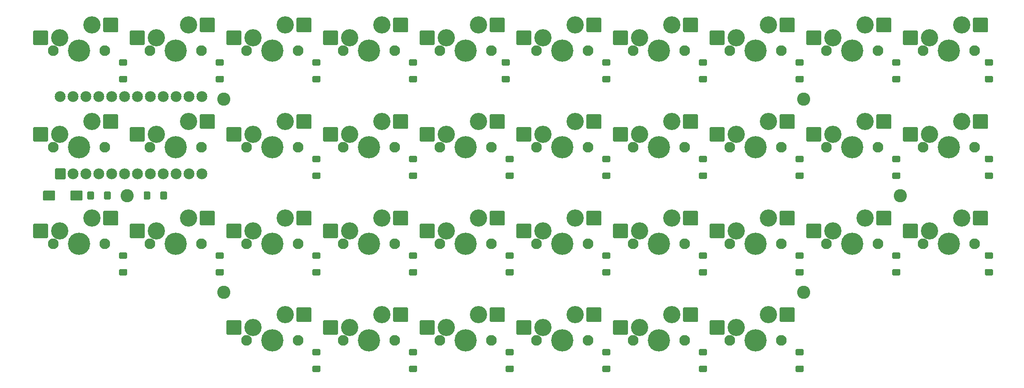
<source format=gbs>
%TF.GenerationSoftware,KiCad,Pcbnew,(5.1.12-1-10_14)*%
%TF.CreationDate,2022-02-07T22:24:56-07:00*%
%TF.ProjectId,youwu36,796f7577-7533-4362-9e6b-696361645f70,rev?*%
%TF.SameCoordinates,Original*%
%TF.FileFunction,Soldermask,Bot*%
%TF.FilePolarity,Negative*%
%FSLAX46Y46*%
G04 Gerber Fmt 4.6, Leading zero omitted, Abs format (unit mm)*
G04 Created by KiCad (PCBNEW (5.1.12-1-10_14)) date 2022-02-07 22:24:56*
%MOMM*%
%LPD*%
G01*
G04 APERTURE LIST*
%ADD10C,2.600000*%
%ADD11C,2.101800*%
%ADD12C,4.387800*%
%ADD13C,3.400000*%
%ADD14C,2.152600*%
G04 APERTURE END LIST*
D10*
%TO.C,REF\u002A\u002A*%
X191525000Y-56893750D03*
%TD*%
%TO.C,REF\u002A\u002A*%
X172475000Y-75943750D03*
%TD*%
%TO.C,REF\u002A\u002A*%
X172475000Y-37843750D03*
%TD*%
%TO.C,SW23*%
G36*
G01*
X134865000Y-27028750D02*
X134865000Y-24528750D01*
G75*
G02*
X135065000Y-24328750I200000J0D01*
G01*
X137615000Y-24328750D01*
G75*
G02*
X137815000Y-24528750I0J-200000D01*
G01*
X137815000Y-27028750D01*
G75*
G02*
X137615000Y-27228750I-200000J0D01*
G01*
X135065000Y-27228750D01*
G75*
G02*
X134865000Y-27028750I0J200000D01*
G01*
G37*
D11*
X138820000Y-28318750D03*
X148980000Y-28318750D03*
D12*
X143900000Y-28318750D03*
D13*
X140090000Y-25778750D03*
X146440000Y-23238750D03*
G36*
G01*
X148715000Y-24488750D02*
X148715000Y-21988750D01*
G75*
G02*
X148915000Y-21788750I200000J0D01*
G01*
X151465000Y-21788750D01*
G75*
G02*
X151665000Y-21988750I0J-200000D01*
G01*
X151665000Y-24488750D01*
G75*
G02*
X151465000Y-24688750I-200000J0D01*
G01*
X148915000Y-24688750D01*
G75*
G02*
X148715000Y-24488750I0J200000D01*
G01*
G37*
%TD*%
%TO.C,SW36*%
G36*
G01*
X192015000Y-65128750D02*
X192015000Y-62628750D01*
G75*
G02*
X192215000Y-62428750I200000J0D01*
G01*
X194765000Y-62428750D01*
G75*
G02*
X194965000Y-62628750I0J-200000D01*
G01*
X194965000Y-65128750D01*
G75*
G02*
X194765000Y-65328750I-200000J0D01*
G01*
X192215000Y-65328750D01*
G75*
G02*
X192015000Y-65128750I0J200000D01*
G01*
G37*
D11*
X195970000Y-66418750D03*
X206130000Y-66418750D03*
D12*
X201050000Y-66418750D03*
D13*
X197240000Y-63878750D03*
X203590000Y-61338750D03*
G36*
G01*
X205865000Y-62588750D02*
X205865000Y-60088750D01*
G75*
G02*
X206065000Y-59888750I200000J0D01*
G01*
X208615000Y-59888750D01*
G75*
G02*
X208815000Y-60088750I0J-200000D01*
G01*
X208815000Y-62588750D01*
G75*
G02*
X208615000Y-62788750I-200000J0D01*
G01*
X206065000Y-62788750D01*
G75*
G02*
X205865000Y-62588750I0J200000D01*
G01*
G37*
%TD*%
%TO.C,SW35*%
G36*
G01*
X192015000Y-46078750D02*
X192015000Y-43578750D01*
G75*
G02*
X192215000Y-43378750I200000J0D01*
G01*
X194765000Y-43378750D01*
G75*
G02*
X194965000Y-43578750I0J-200000D01*
G01*
X194965000Y-46078750D01*
G75*
G02*
X194765000Y-46278750I-200000J0D01*
G01*
X192215000Y-46278750D01*
G75*
G02*
X192015000Y-46078750I0J200000D01*
G01*
G37*
D11*
X195970000Y-47368750D03*
X206130000Y-47368750D03*
D12*
X201050000Y-47368750D03*
D13*
X197240000Y-44828750D03*
X203590000Y-42288750D03*
G36*
G01*
X205865000Y-43538750D02*
X205865000Y-41038750D01*
G75*
G02*
X206065000Y-40838750I200000J0D01*
G01*
X208615000Y-40838750D01*
G75*
G02*
X208815000Y-41038750I0J-200000D01*
G01*
X208815000Y-43538750D01*
G75*
G02*
X208615000Y-43738750I-200000J0D01*
G01*
X206065000Y-43738750D01*
G75*
G02*
X205865000Y-43538750I0J200000D01*
G01*
G37*
%TD*%
%TO.C,SW24*%
G36*
G01*
X134865000Y-46078750D02*
X134865000Y-43578750D01*
G75*
G02*
X135065000Y-43378750I200000J0D01*
G01*
X137615000Y-43378750D01*
G75*
G02*
X137815000Y-43578750I0J-200000D01*
G01*
X137815000Y-46078750D01*
G75*
G02*
X137615000Y-46278750I-200000J0D01*
G01*
X135065000Y-46278750D01*
G75*
G02*
X134865000Y-46078750I0J200000D01*
G01*
G37*
D11*
X138820000Y-47368750D03*
X148980000Y-47368750D03*
D12*
X143900000Y-47368750D03*
D13*
X140090000Y-44828750D03*
X146440000Y-42288750D03*
G36*
G01*
X148715000Y-43538750D02*
X148715000Y-41038750D01*
G75*
G02*
X148915000Y-40838750I200000J0D01*
G01*
X151465000Y-40838750D01*
G75*
G02*
X151665000Y-41038750I0J-200000D01*
G01*
X151665000Y-43538750D01*
G75*
G02*
X151465000Y-43738750I-200000J0D01*
G01*
X148915000Y-43738750D01*
G75*
G02*
X148715000Y-43538750I0J200000D01*
G01*
G37*
%TD*%
%TO.C,SW25*%
G36*
G01*
X134865000Y-65128750D02*
X134865000Y-62628750D01*
G75*
G02*
X135065000Y-62428750I200000J0D01*
G01*
X137615000Y-62428750D01*
G75*
G02*
X137815000Y-62628750I0J-200000D01*
G01*
X137815000Y-65128750D01*
G75*
G02*
X137615000Y-65328750I-200000J0D01*
G01*
X135065000Y-65328750D01*
G75*
G02*
X134865000Y-65128750I0J200000D01*
G01*
G37*
D11*
X138820000Y-66418750D03*
X148980000Y-66418750D03*
D12*
X143900000Y-66418750D03*
D13*
X140090000Y-63878750D03*
X146440000Y-61338750D03*
G36*
G01*
X148715000Y-62588750D02*
X148715000Y-60088750D01*
G75*
G02*
X148915000Y-59888750I200000J0D01*
G01*
X151465000Y-59888750D01*
G75*
G02*
X151665000Y-60088750I0J-200000D01*
G01*
X151665000Y-62588750D01*
G75*
G02*
X151465000Y-62788750I-200000J0D01*
G01*
X148915000Y-62788750D01*
G75*
G02*
X148715000Y-62588750I0J200000D01*
G01*
G37*
%TD*%
%TO.C,SW26*%
G36*
G01*
X134865000Y-84178750D02*
X134865000Y-81678750D01*
G75*
G02*
X135065000Y-81478750I200000J0D01*
G01*
X137615000Y-81478750D01*
G75*
G02*
X137815000Y-81678750I0J-200000D01*
G01*
X137815000Y-84178750D01*
G75*
G02*
X137615000Y-84378750I-200000J0D01*
G01*
X135065000Y-84378750D01*
G75*
G02*
X134865000Y-84178750I0J200000D01*
G01*
G37*
D11*
X138820000Y-85468750D03*
X148980000Y-85468750D03*
D12*
X143900000Y-85468750D03*
D13*
X140090000Y-82928750D03*
X146440000Y-80388750D03*
G36*
G01*
X148715000Y-81638750D02*
X148715000Y-79138750D01*
G75*
G02*
X148915000Y-78938750I200000J0D01*
G01*
X151465000Y-78938750D01*
G75*
G02*
X151665000Y-79138750I0J-200000D01*
G01*
X151665000Y-81638750D01*
G75*
G02*
X151465000Y-81838750I-200000J0D01*
G01*
X148915000Y-81838750D01*
G75*
G02*
X148715000Y-81638750I0J200000D01*
G01*
G37*
%TD*%
%TO.C,SW27*%
G36*
G01*
X153915000Y-27028750D02*
X153915000Y-24528750D01*
G75*
G02*
X154115000Y-24328750I200000J0D01*
G01*
X156665000Y-24328750D01*
G75*
G02*
X156865000Y-24528750I0J-200000D01*
G01*
X156865000Y-27028750D01*
G75*
G02*
X156665000Y-27228750I-200000J0D01*
G01*
X154115000Y-27228750D01*
G75*
G02*
X153915000Y-27028750I0J200000D01*
G01*
G37*
D11*
X157870000Y-28318750D03*
X168030000Y-28318750D03*
D12*
X162950000Y-28318750D03*
D13*
X159140000Y-25778750D03*
X165490000Y-23238750D03*
G36*
G01*
X167765000Y-24488750D02*
X167765000Y-21988750D01*
G75*
G02*
X167965000Y-21788750I200000J0D01*
G01*
X170515000Y-21788750D01*
G75*
G02*
X170715000Y-21988750I0J-200000D01*
G01*
X170715000Y-24488750D01*
G75*
G02*
X170515000Y-24688750I-200000J0D01*
G01*
X167965000Y-24688750D01*
G75*
G02*
X167765000Y-24488750I0J200000D01*
G01*
G37*
%TD*%
%TO.C,SW28*%
G36*
G01*
X153915000Y-46078750D02*
X153915000Y-43578750D01*
G75*
G02*
X154115000Y-43378750I200000J0D01*
G01*
X156665000Y-43378750D01*
G75*
G02*
X156865000Y-43578750I0J-200000D01*
G01*
X156865000Y-46078750D01*
G75*
G02*
X156665000Y-46278750I-200000J0D01*
G01*
X154115000Y-46278750D01*
G75*
G02*
X153915000Y-46078750I0J200000D01*
G01*
G37*
D11*
X157870000Y-47368750D03*
X168030000Y-47368750D03*
D12*
X162950000Y-47368750D03*
D13*
X159140000Y-44828750D03*
X165490000Y-42288750D03*
G36*
G01*
X167765000Y-43538750D02*
X167765000Y-41038750D01*
G75*
G02*
X167965000Y-40838750I200000J0D01*
G01*
X170515000Y-40838750D01*
G75*
G02*
X170715000Y-41038750I0J-200000D01*
G01*
X170715000Y-43538750D01*
G75*
G02*
X170515000Y-43738750I-200000J0D01*
G01*
X167965000Y-43738750D01*
G75*
G02*
X167765000Y-43538750I0J200000D01*
G01*
G37*
%TD*%
%TO.C,SW29*%
G36*
G01*
X153915000Y-65128750D02*
X153915000Y-62628750D01*
G75*
G02*
X154115000Y-62428750I200000J0D01*
G01*
X156665000Y-62428750D01*
G75*
G02*
X156865000Y-62628750I0J-200000D01*
G01*
X156865000Y-65128750D01*
G75*
G02*
X156665000Y-65328750I-200000J0D01*
G01*
X154115000Y-65328750D01*
G75*
G02*
X153915000Y-65128750I0J200000D01*
G01*
G37*
D11*
X157870000Y-66418750D03*
X168030000Y-66418750D03*
D12*
X162950000Y-66418750D03*
D13*
X159140000Y-63878750D03*
X165490000Y-61338750D03*
G36*
G01*
X167765000Y-62588750D02*
X167765000Y-60088750D01*
G75*
G02*
X167965000Y-59888750I200000J0D01*
G01*
X170515000Y-59888750D01*
G75*
G02*
X170715000Y-60088750I0J-200000D01*
G01*
X170715000Y-62588750D01*
G75*
G02*
X170515000Y-62788750I-200000J0D01*
G01*
X167965000Y-62788750D01*
G75*
G02*
X167765000Y-62588750I0J200000D01*
G01*
G37*
%TD*%
%TO.C,SW30*%
G36*
G01*
X153915000Y-84178750D02*
X153915000Y-81678750D01*
G75*
G02*
X154115000Y-81478750I200000J0D01*
G01*
X156665000Y-81478750D01*
G75*
G02*
X156865000Y-81678750I0J-200000D01*
G01*
X156865000Y-84178750D01*
G75*
G02*
X156665000Y-84378750I-200000J0D01*
G01*
X154115000Y-84378750D01*
G75*
G02*
X153915000Y-84178750I0J200000D01*
G01*
G37*
D11*
X157870000Y-85468750D03*
X168030000Y-85468750D03*
D12*
X162950000Y-85468750D03*
D13*
X159140000Y-82928750D03*
X165490000Y-80388750D03*
G36*
G01*
X167765000Y-81638750D02*
X167765000Y-79138750D01*
G75*
G02*
X167965000Y-78938750I200000J0D01*
G01*
X170515000Y-78938750D01*
G75*
G02*
X170715000Y-79138750I0J-200000D01*
G01*
X170715000Y-81638750D01*
G75*
G02*
X170515000Y-81838750I-200000J0D01*
G01*
X167965000Y-81838750D01*
G75*
G02*
X167765000Y-81638750I0J200000D01*
G01*
G37*
%TD*%
%TO.C,SW31*%
G36*
G01*
X172965000Y-27028750D02*
X172965000Y-24528750D01*
G75*
G02*
X173165000Y-24328750I200000J0D01*
G01*
X175715000Y-24328750D01*
G75*
G02*
X175915000Y-24528750I0J-200000D01*
G01*
X175915000Y-27028750D01*
G75*
G02*
X175715000Y-27228750I-200000J0D01*
G01*
X173165000Y-27228750D01*
G75*
G02*
X172965000Y-27028750I0J200000D01*
G01*
G37*
D11*
X176920000Y-28318750D03*
X187080000Y-28318750D03*
D12*
X182000000Y-28318750D03*
D13*
X178190000Y-25778750D03*
X184540000Y-23238750D03*
G36*
G01*
X186815000Y-24488750D02*
X186815000Y-21988750D01*
G75*
G02*
X187015000Y-21788750I200000J0D01*
G01*
X189565000Y-21788750D01*
G75*
G02*
X189765000Y-21988750I0J-200000D01*
G01*
X189765000Y-24488750D01*
G75*
G02*
X189565000Y-24688750I-200000J0D01*
G01*
X187015000Y-24688750D01*
G75*
G02*
X186815000Y-24488750I0J200000D01*
G01*
G37*
%TD*%
%TO.C,SW32*%
G36*
G01*
X172965000Y-46078750D02*
X172965000Y-43578750D01*
G75*
G02*
X173165000Y-43378750I200000J0D01*
G01*
X175715000Y-43378750D01*
G75*
G02*
X175915000Y-43578750I0J-200000D01*
G01*
X175915000Y-46078750D01*
G75*
G02*
X175715000Y-46278750I-200000J0D01*
G01*
X173165000Y-46278750D01*
G75*
G02*
X172965000Y-46078750I0J200000D01*
G01*
G37*
D11*
X176920000Y-47368750D03*
X187080000Y-47368750D03*
D12*
X182000000Y-47368750D03*
D13*
X178190000Y-44828750D03*
X184540000Y-42288750D03*
G36*
G01*
X186815000Y-43538750D02*
X186815000Y-41038750D01*
G75*
G02*
X187015000Y-40838750I200000J0D01*
G01*
X189565000Y-40838750D01*
G75*
G02*
X189765000Y-41038750I0J-200000D01*
G01*
X189765000Y-43538750D01*
G75*
G02*
X189565000Y-43738750I-200000J0D01*
G01*
X187015000Y-43738750D01*
G75*
G02*
X186815000Y-43538750I0J200000D01*
G01*
G37*
%TD*%
%TO.C,SW33*%
G36*
G01*
X172965000Y-65128750D02*
X172965000Y-62628750D01*
G75*
G02*
X173165000Y-62428750I200000J0D01*
G01*
X175715000Y-62428750D01*
G75*
G02*
X175915000Y-62628750I0J-200000D01*
G01*
X175915000Y-65128750D01*
G75*
G02*
X175715000Y-65328750I-200000J0D01*
G01*
X173165000Y-65328750D01*
G75*
G02*
X172965000Y-65128750I0J200000D01*
G01*
G37*
D11*
X176920000Y-66418750D03*
X187080000Y-66418750D03*
D12*
X182000000Y-66418750D03*
D13*
X178190000Y-63878750D03*
X184540000Y-61338750D03*
G36*
G01*
X186815000Y-62588750D02*
X186815000Y-60088750D01*
G75*
G02*
X187015000Y-59888750I200000J0D01*
G01*
X189565000Y-59888750D01*
G75*
G02*
X189765000Y-60088750I0J-200000D01*
G01*
X189765000Y-62588750D01*
G75*
G02*
X189565000Y-62788750I-200000J0D01*
G01*
X187015000Y-62788750D01*
G75*
G02*
X186815000Y-62588750I0J200000D01*
G01*
G37*
%TD*%
%TO.C,SW34*%
G36*
G01*
X192015000Y-27028750D02*
X192015000Y-24528750D01*
G75*
G02*
X192215000Y-24328750I200000J0D01*
G01*
X194765000Y-24328750D01*
G75*
G02*
X194965000Y-24528750I0J-200000D01*
G01*
X194965000Y-27028750D01*
G75*
G02*
X194765000Y-27228750I-200000J0D01*
G01*
X192215000Y-27228750D01*
G75*
G02*
X192015000Y-27028750I0J200000D01*
G01*
G37*
D11*
X195970000Y-28318750D03*
X206130000Y-28318750D03*
D12*
X201050000Y-28318750D03*
D13*
X197240000Y-25778750D03*
X203590000Y-23238750D03*
G36*
G01*
X205865000Y-24488750D02*
X205865000Y-21988750D01*
G75*
G02*
X206065000Y-21788750I200000J0D01*
G01*
X208615000Y-21788750D01*
G75*
G02*
X208815000Y-21988750I0J-200000D01*
G01*
X208815000Y-24488750D01*
G75*
G02*
X208615000Y-24688750I-200000J0D01*
G01*
X206065000Y-24688750D01*
G75*
G02*
X205865000Y-24488750I0J200000D01*
G01*
G37*
%TD*%
%TO.C,SW22*%
G36*
G01*
X115815000Y-84178750D02*
X115815000Y-81678750D01*
G75*
G02*
X116015000Y-81478750I200000J0D01*
G01*
X118565000Y-81478750D01*
G75*
G02*
X118765000Y-81678750I0J-200000D01*
G01*
X118765000Y-84178750D01*
G75*
G02*
X118565000Y-84378750I-200000J0D01*
G01*
X116015000Y-84378750D01*
G75*
G02*
X115815000Y-84178750I0J200000D01*
G01*
G37*
D11*
X119770000Y-85468750D03*
X129930000Y-85468750D03*
D12*
X124850000Y-85468750D03*
D13*
X121040000Y-82928750D03*
X127390000Y-80388750D03*
G36*
G01*
X129665000Y-81638750D02*
X129665000Y-79138750D01*
G75*
G02*
X129865000Y-78938750I200000J0D01*
G01*
X132415000Y-78938750D01*
G75*
G02*
X132615000Y-79138750I0J-200000D01*
G01*
X132615000Y-81638750D01*
G75*
G02*
X132415000Y-81838750I-200000J0D01*
G01*
X129865000Y-81838750D01*
G75*
G02*
X129665000Y-81638750I0J200000D01*
G01*
G37*
%TD*%
%TO.C,SW18*%
G36*
G01*
X96765000Y-84178750D02*
X96765000Y-81678750D01*
G75*
G02*
X96965000Y-81478750I200000J0D01*
G01*
X99515000Y-81478750D01*
G75*
G02*
X99715000Y-81678750I0J-200000D01*
G01*
X99715000Y-84178750D01*
G75*
G02*
X99515000Y-84378750I-200000J0D01*
G01*
X96965000Y-84378750D01*
G75*
G02*
X96765000Y-84178750I0J200000D01*
G01*
G37*
D11*
X100720000Y-85468750D03*
X110880000Y-85468750D03*
D12*
X105800000Y-85468750D03*
D13*
X101990000Y-82928750D03*
X108340000Y-80388750D03*
G36*
G01*
X110615000Y-81638750D02*
X110615000Y-79138750D01*
G75*
G02*
X110815000Y-78938750I200000J0D01*
G01*
X113365000Y-78938750D01*
G75*
G02*
X113565000Y-79138750I0J-200000D01*
G01*
X113565000Y-81638750D01*
G75*
G02*
X113365000Y-81838750I-200000J0D01*
G01*
X110815000Y-81838750D01*
G75*
G02*
X110615000Y-81638750I0J200000D01*
G01*
G37*
%TD*%
%TO.C,SW15*%
G36*
G01*
X96765000Y-27028750D02*
X96765000Y-24528750D01*
G75*
G02*
X96965000Y-24328750I200000J0D01*
G01*
X99515000Y-24328750D01*
G75*
G02*
X99715000Y-24528750I0J-200000D01*
G01*
X99715000Y-27028750D01*
G75*
G02*
X99515000Y-27228750I-200000J0D01*
G01*
X96965000Y-27228750D01*
G75*
G02*
X96765000Y-27028750I0J200000D01*
G01*
G37*
D11*
X100720000Y-28318750D03*
X110880000Y-28318750D03*
D12*
X105800000Y-28318750D03*
D13*
X101990000Y-25778750D03*
X108340000Y-23238750D03*
G36*
G01*
X110615000Y-24488750D02*
X110615000Y-21988750D01*
G75*
G02*
X110815000Y-21788750I200000J0D01*
G01*
X113365000Y-21788750D01*
G75*
G02*
X113565000Y-21988750I0J-200000D01*
G01*
X113565000Y-24488750D01*
G75*
G02*
X113365000Y-24688750I-200000J0D01*
G01*
X110815000Y-24688750D01*
G75*
G02*
X110615000Y-24488750I0J200000D01*
G01*
G37*
%TD*%
%TO.C,SW13*%
G36*
G01*
X77715000Y-65128750D02*
X77715000Y-62628750D01*
G75*
G02*
X77915000Y-62428750I200000J0D01*
G01*
X80465000Y-62428750D01*
G75*
G02*
X80665000Y-62628750I0J-200000D01*
G01*
X80665000Y-65128750D01*
G75*
G02*
X80465000Y-65328750I-200000J0D01*
G01*
X77915000Y-65328750D01*
G75*
G02*
X77715000Y-65128750I0J200000D01*
G01*
G37*
D11*
X81670000Y-66418750D03*
X91830000Y-66418750D03*
D12*
X86750000Y-66418750D03*
D13*
X82940000Y-63878750D03*
X89290000Y-61338750D03*
G36*
G01*
X91565000Y-62588750D02*
X91565000Y-60088750D01*
G75*
G02*
X91765000Y-59888750I200000J0D01*
G01*
X94315000Y-59888750D01*
G75*
G02*
X94515000Y-60088750I0J-200000D01*
G01*
X94515000Y-62588750D01*
G75*
G02*
X94315000Y-62788750I-200000J0D01*
G01*
X91765000Y-62788750D01*
G75*
G02*
X91565000Y-62588750I0J200000D01*
G01*
G37*
%TD*%
%TO.C,SW11*%
G36*
G01*
X77715000Y-27028750D02*
X77715000Y-24528750D01*
G75*
G02*
X77915000Y-24328750I200000J0D01*
G01*
X80465000Y-24328750D01*
G75*
G02*
X80665000Y-24528750I0J-200000D01*
G01*
X80665000Y-27028750D01*
G75*
G02*
X80465000Y-27228750I-200000J0D01*
G01*
X77915000Y-27228750D01*
G75*
G02*
X77715000Y-27028750I0J200000D01*
G01*
G37*
D11*
X81670000Y-28318750D03*
X91830000Y-28318750D03*
D12*
X86750000Y-28318750D03*
D13*
X82940000Y-25778750D03*
X89290000Y-23238750D03*
G36*
G01*
X91565000Y-24488750D02*
X91565000Y-21988750D01*
G75*
G02*
X91765000Y-21788750I200000J0D01*
G01*
X94315000Y-21788750D01*
G75*
G02*
X94515000Y-21988750I0J-200000D01*
G01*
X94515000Y-24488750D01*
G75*
G02*
X94315000Y-24688750I-200000J0D01*
G01*
X91765000Y-24688750D01*
G75*
G02*
X91565000Y-24488750I0J200000D01*
G01*
G37*
%TD*%
%TO.C,SW14*%
G36*
G01*
X77715000Y-84178750D02*
X77715000Y-81678750D01*
G75*
G02*
X77915000Y-81478750I200000J0D01*
G01*
X80465000Y-81478750D01*
G75*
G02*
X80665000Y-81678750I0J-200000D01*
G01*
X80665000Y-84178750D01*
G75*
G02*
X80465000Y-84378750I-200000J0D01*
G01*
X77915000Y-84378750D01*
G75*
G02*
X77715000Y-84178750I0J200000D01*
G01*
G37*
D11*
X81670000Y-85468750D03*
X91830000Y-85468750D03*
D12*
X86750000Y-85468750D03*
D13*
X82940000Y-82928750D03*
X89290000Y-80388750D03*
G36*
G01*
X91565000Y-81638750D02*
X91565000Y-79138750D01*
G75*
G02*
X91765000Y-78938750I200000J0D01*
G01*
X94315000Y-78938750D01*
G75*
G02*
X94515000Y-79138750I0J-200000D01*
G01*
X94515000Y-81638750D01*
G75*
G02*
X94315000Y-81838750I-200000J0D01*
G01*
X91765000Y-81838750D01*
G75*
G02*
X91565000Y-81638750I0J200000D01*
G01*
G37*
%TD*%
%TO.C,SW17*%
G36*
G01*
X96765000Y-65128750D02*
X96765000Y-62628750D01*
G75*
G02*
X96965000Y-62428750I200000J0D01*
G01*
X99515000Y-62428750D01*
G75*
G02*
X99715000Y-62628750I0J-200000D01*
G01*
X99715000Y-65128750D01*
G75*
G02*
X99515000Y-65328750I-200000J0D01*
G01*
X96965000Y-65328750D01*
G75*
G02*
X96765000Y-65128750I0J200000D01*
G01*
G37*
D11*
X100720000Y-66418750D03*
X110880000Y-66418750D03*
D12*
X105800000Y-66418750D03*
D13*
X101990000Y-63878750D03*
X108340000Y-61338750D03*
G36*
G01*
X110615000Y-62588750D02*
X110615000Y-60088750D01*
G75*
G02*
X110815000Y-59888750I200000J0D01*
G01*
X113365000Y-59888750D01*
G75*
G02*
X113565000Y-60088750I0J-200000D01*
G01*
X113565000Y-62588750D01*
G75*
G02*
X113365000Y-62788750I-200000J0D01*
G01*
X110815000Y-62788750D01*
G75*
G02*
X110615000Y-62588750I0J200000D01*
G01*
G37*
%TD*%
%TO.C,SW12*%
G36*
G01*
X77715000Y-46078750D02*
X77715000Y-43578750D01*
G75*
G02*
X77915000Y-43378750I200000J0D01*
G01*
X80465000Y-43378750D01*
G75*
G02*
X80665000Y-43578750I0J-200000D01*
G01*
X80665000Y-46078750D01*
G75*
G02*
X80465000Y-46278750I-200000J0D01*
G01*
X77915000Y-46278750D01*
G75*
G02*
X77715000Y-46078750I0J200000D01*
G01*
G37*
D11*
X81670000Y-47368750D03*
X91830000Y-47368750D03*
D12*
X86750000Y-47368750D03*
D13*
X82940000Y-44828750D03*
X89290000Y-42288750D03*
G36*
G01*
X91565000Y-43538750D02*
X91565000Y-41038750D01*
G75*
G02*
X91765000Y-40838750I200000J0D01*
G01*
X94315000Y-40838750D01*
G75*
G02*
X94515000Y-41038750I0J-200000D01*
G01*
X94515000Y-43538750D01*
G75*
G02*
X94315000Y-43738750I-200000J0D01*
G01*
X91765000Y-43738750D01*
G75*
G02*
X91565000Y-43538750I0J200000D01*
G01*
G37*
%TD*%
%TO.C,SW16*%
G36*
G01*
X96765000Y-46078750D02*
X96765000Y-43578750D01*
G75*
G02*
X96965000Y-43378750I200000J0D01*
G01*
X99515000Y-43378750D01*
G75*
G02*
X99715000Y-43578750I0J-200000D01*
G01*
X99715000Y-46078750D01*
G75*
G02*
X99515000Y-46278750I-200000J0D01*
G01*
X96965000Y-46278750D01*
G75*
G02*
X96765000Y-46078750I0J200000D01*
G01*
G37*
D11*
X100720000Y-47368750D03*
X110880000Y-47368750D03*
D12*
X105800000Y-47368750D03*
D13*
X101990000Y-44828750D03*
X108340000Y-42288750D03*
G36*
G01*
X110615000Y-43538750D02*
X110615000Y-41038750D01*
G75*
G02*
X110815000Y-40838750I200000J0D01*
G01*
X113365000Y-40838750D01*
G75*
G02*
X113565000Y-41038750I0J-200000D01*
G01*
X113565000Y-43538750D01*
G75*
G02*
X113365000Y-43738750I-200000J0D01*
G01*
X110815000Y-43738750D01*
G75*
G02*
X110615000Y-43538750I0J200000D01*
G01*
G37*
%TD*%
%TO.C,SW19*%
G36*
G01*
X115815000Y-27028750D02*
X115815000Y-24528750D01*
G75*
G02*
X116015000Y-24328750I200000J0D01*
G01*
X118565000Y-24328750D01*
G75*
G02*
X118765000Y-24528750I0J-200000D01*
G01*
X118765000Y-27028750D01*
G75*
G02*
X118565000Y-27228750I-200000J0D01*
G01*
X116015000Y-27228750D01*
G75*
G02*
X115815000Y-27028750I0J200000D01*
G01*
G37*
D11*
X119770000Y-28318750D03*
X129930000Y-28318750D03*
D12*
X124850000Y-28318750D03*
D13*
X121040000Y-25778750D03*
X127390000Y-23238750D03*
G36*
G01*
X129665000Y-24488750D02*
X129665000Y-21988750D01*
G75*
G02*
X129865000Y-21788750I200000J0D01*
G01*
X132415000Y-21788750D01*
G75*
G02*
X132615000Y-21988750I0J-200000D01*
G01*
X132615000Y-24488750D01*
G75*
G02*
X132415000Y-24688750I-200000J0D01*
G01*
X129865000Y-24688750D01*
G75*
G02*
X129665000Y-24488750I0J200000D01*
G01*
G37*
%TD*%
%TO.C,SW20*%
G36*
G01*
X115815000Y-46078750D02*
X115815000Y-43578750D01*
G75*
G02*
X116015000Y-43378750I200000J0D01*
G01*
X118565000Y-43378750D01*
G75*
G02*
X118765000Y-43578750I0J-200000D01*
G01*
X118765000Y-46078750D01*
G75*
G02*
X118565000Y-46278750I-200000J0D01*
G01*
X116015000Y-46278750D01*
G75*
G02*
X115815000Y-46078750I0J200000D01*
G01*
G37*
D11*
X119770000Y-47368750D03*
X129930000Y-47368750D03*
D12*
X124850000Y-47368750D03*
D13*
X121040000Y-44828750D03*
X127390000Y-42288750D03*
G36*
G01*
X129665000Y-43538750D02*
X129665000Y-41038750D01*
G75*
G02*
X129865000Y-40838750I200000J0D01*
G01*
X132415000Y-40838750D01*
G75*
G02*
X132615000Y-41038750I0J-200000D01*
G01*
X132615000Y-43538750D01*
G75*
G02*
X132415000Y-43738750I-200000J0D01*
G01*
X129865000Y-43738750D01*
G75*
G02*
X129665000Y-43538750I0J200000D01*
G01*
G37*
%TD*%
%TO.C,SW21*%
G36*
G01*
X115815000Y-65128750D02*
X115815000Y-62628750D01*
G75*
G02*
X116015000Y-62428750I200000J0D01*
G01*
X118565000Y-62428750D01*
G75*
G02*
X118765000Y-62628750I0J-200000D01*
G01*
X118765000Y-65128750D01*
G75*
G02*
X118565000Y-65328750I-200000J0D01*
G01*
X116015000Y-65328750D01*
G75*
G02*
X115815000Y-65128750I0J200000D01*
G01*
G37*
D11*
X119770000Y-66418750D03*
X129930000Y-66418750D03*
D12*
X124850000Y-66418750D03*
D13*
X121040000Y-63878750D03*
X127390000Y-61338750D03*
G36*
G01*
X129665000Y-62588750D02*
X129665000Y-60088750D01*
G75*
G02*
X129865000Y-59888750I200000J0D01*
G01*
X132415000Y-59888750D01*
G75*
G02*
X132615000Y-60088750I0J-200000D01*
G01*
X132615000Y-62588750D01*
G75*
G02*
X132415000Y-62788750I-200000J0D01*
G01*
X129865000Y-62788750D01*
G75*
G02*
X129665000Y-62588750I0J200000D01*
G01*
G37*
%TD*%
D10*
%TO.C,REF\u002A\u002A*%
X39125000Y-56893750D03*
%TD*%
%TO.C,REF\u002A\u002A*%
X58175000Y-37843750D03*
%TD*%
%TO.C,REF\u002A\u002A*%
X58175000Y-75943750D03*
%TD*%
%TO.C,SW37*%
G36*
G01*
X22525000Y-57693750D02*
X22525000Y-56093750D01*
G75*
G02*
X22725000Y-55893750I200000J0D01*
G01*
X24725000Y-55893750D01*
G75*
G02*
X24925000Y-56093750I0J-200000D01*
G01*
X24925000Y-57693750D01*
G75*
G02*
X24725000Y-57893750I-200000J0D01*
G01*
X22725000Y-57893750D01*
G75*
G02*
X22525000Y-57693750I0J200000D01*
G01*
G37*
G36*
G01*
X27925000Y-57693750D02*
X27925000Y-56093750D01*
G75*
G02*
X28125000Y-55893750I200000J0D01*
G01*
X30125000Y-55893750D01*
G75*
G02*
X30325000Y-56093750I0J-200000D01*
G01*
X30325000Y-57693750D01*
G75*
G02*
X30125000Y-57893750I-200000J0D01*
G01*
X28125000Y-57893750D01*
G75*
G02*
X27925000Y-57693750I0J200000D01*
G01*
G37*
%TD*%
%TO.C,D36*%
G36*
G01*
X209587500Y-69387500D02*
X208387500Y-69387500D01*
G75*
G02*
X208187500Y-69187500I0J200000D01*
G01*
X208187500Y-68287500D01*
G75*
G02*
X208387500Y-68087500I200000J0D01*
G01*
X209587500Y-68087500D01*
G75*
G02*
X209787500Y-68287500I0J-200000D01*
G01*
X209787500Y-69187500D01*
G75*
G02*
X209587500Y-69387500I-200000J0D01*
G01*
G37*
G36*
G01*
X209587500Y-72687500D02*
X208387500Y-72687500D01*
G75*
G02*
X208187500Y-72487500I0J200000D01*
G01*
X208187500Y-71587500D01*
G75*
G02*
X208387500Y-71387500I200000J0D01*
G01*
X209587500Y-71387500D01*
G75*
G02*
X209787500Y-71587500I0J-200000D01*
G01*
X209787500Y-72487500D01*
G75*
G02*
X209587500Y-72687500I-200000J0D01*
G01*
G37*
%TD*%
%TO.C,D35*%
G36*
G01*
X209587500Y-50337500D02*
X208387500Y-50337500D01*
G75*
G02*
X208187500Y-50137500I0J200000D01*
G01*
X208187500Y-49237500D01*
G75*
G02*
X208387500Y-49037500I200000J0D01*
G01*
X209587500Y-49037500D01*
G75*
G02*
X209787500Y-49237500I0J-200000D01*
G01*
X209787500Y-50137500D01*
G75*
G02*
X209587500Y-50337500I-200000J0D01*
G01*
G37*
G36*
G01*
X209587500Y-53637500D02*
X208387500Y-53637500D01*
G75*
G02*
X208187500Y-53437500I0J200000D01*
G01*
X208187500Y-52537500D01*
G75*
G02*
X208387500Y-52337500I200000J0D01*
G01*
X209587500Y-52337500D01*
G75*
G02*
X209787500Y-52537500I0J-200000D01*
G01*
X209787500Y-53437500D01*
G75*
G02*
X209587500Y-53637500I-200000J0D01*
G01*
G37*
%TD*%
%TO.C,D34*%
G36*
G01*
X209587500Y-31287500D02*
X208387500Y-31287500D01*
G75*
G02*
X208187500Y-31087500I0J200000D01*
G01*
X208187500Y-30187500D01*
G75*
G02*
X208387500Y-29987500I200000J0D01*
G01*
X209587500Y-29987500D01*
G75*
G02*
X209787500Y-30187500I0J-200000D01*
G01*
X209787500Y-31087500D01*
G75*
G02*
X209587500Y-31287500I-200000J0D01*
G01*
G37*
G36*
G01*
X209587500Y-34587500D02*
X208387500Y-34587500D01*
G75*
G02*
X208187500Y-34387500I0J200000D01*
G01*
X208187500Y-33487500D01*
G75*
G02*
X208387500Y-33287500I200000J0D01*
G01*
X209587500Y-33287500D01*
G75*
G02*
X209787500Y-33487500I0J-200000D01*
G01*
X209787500Y-34387500D01*
G75*
G02*
X209587500Y-34587500I-200000J0D01*
G01*
G37*
%TD*%
%TO.C,D33*%
G36*
G01*
X191331250Y-69387500D02*
X190131250Y-69387500D01*
G75*
G02*
X189931250Y-69187500I0J200000D01*
G01*
X189931250Y-68287500D01*
G75*
G02*
X190131250Y-68087500I200000J0D01*
G01*
X191331250Y-68087500D01*
G75*
G02*
X191531250Y-68287500I0J-200000D01*
G01*
X191531250Y-69187500D01*
G75*
G02*
X191331250Y-69387500I-200000J0D01*
G01*
G37*
G36*
G01*
X191331250Y-72687500D02*
X190131250Y-72687500D01*
G75*
G02*
X189931250Y-72487500I0J200000D01*
G01*
X189931250Y-71587500D01*
G75*
G02*
X190131250Y-71387500I200000J0D01*
G01*
X191331250Y-71387500D01*
G75*
G02*
X191531250Y-71587500I0J-200000D01*
G01*
X191531250Y-72487500D01*
G75*
G02*
X191331250Y-72687500I-200000J0D01*
G01*
G37*
%TD*%
%TO.C,D32*%
G36*
G01*
X191331250Y-50337500D02*
X190131250Y-50337500D01*
G75*
G02*
X189931250Y-50137500I0J200000D01*
G01*
X189931250Y-49237500D01*
G75*
G02*
X190131250Y-49037500I200000J0D01*
G01*
X191331250Y-49037500D01*
G75*
G02*
X191531250Y-49237500I0J-200000D01*
G01*
X191531250Y-50137500D01*
G75*
G02*
X191331250Y-50337500I-200000J0D01*
G01*
G37*
G36*
G01*
X191331250Y-53637500D02*
X190131250Y-53637500D01*
G75*
G02*
X189931250Y-53437500I0J200000D01*
G01*
X189931250Y-52537500D01*
G75*
G02*
X190131250Y-52337500I200000J0D01*
G01*
X191331250Y-52337500D01*
G75*
G02*
X191531250Y-52537500I0J-200000D01*
G01*
X191531250Y-53437500D01*
G75*
G02*
X191331250Y-53637500I-200000J0D01*
G01*
G37*
%TD*%
%TO.C,D31*%
G36*
G01*
X191331250Y-31287500D02*
X190131250Y-31287500D01*
G75*
G02*
X189931250Y-31087500I0J200000D01*
G01*
X189931250Y-30187500D01*
G75*
G02*
X190131250Y-29987500I200000J0D01*
G01*
X191331250Y-29987500D01*
G75*
G02*
X191531250Y-30187500I0J-200000D01*
G01*
X191531250Y-31087500D01*
G75*
G02*
X191331250Y-31287500I-200000J0D01*
G01*
G37*
G36*
G01*
X191331250Y-34587500D02*
X190131250Y-34587500D01*
G75*
G02*
X189931250Y-34387500I0J200000D01*
G01*
X189931250Y-33487500D01*
G75*
G02*
X190131250Y-33287500I200000J0D01*
G01*
X191331250Y-33287500D01*
G75*
G02*
X191531250Y-33487500I0J-200000D01*
G01*
X191531250Y-34387500D01*
G75*
G02*
X191331250Y-34587500I-200000J0D01*
G01*
G37*
%TD*%
%TO.C,D30*%
G36*
G01*
X172281250Y-88437500D02*
X171081250Y-88437500D01*
G75*
G02*
X170881250Y-88237500I0J200000D01*
G01*
X170881250Y-87337500D01*
G75*
G02*
X171081250Y-87137500I200000J0D01*
G01*
X172281250Y-87137500D01*
G75*
G02*
X172481250Y-87337500I0J-200000D01*
G01*
X172481250Y-88237500D01*
G75*
G02*
X172281250Y-88437500I-200000J0D01*
G01*
G37*
G36*
G01*
X172281250Y-91737500D02*
X171081250Y-91737500D01*
G75*
G02*
X170881250Y-91537500I0J200000D01*
G01*
X170881250Y-90637500D01*
G75*
G02*
X171081250Y-90437500I200000J0D01*
G01*
X172281250Y-90437500D01*
G75*
G02*
X172481250Y-90637500I0J-200000D01*
G01*
X172481250Y-91537500D01*
G75*
G02*
X172281250Y-91737500I-200000J0D01*
G01*
G37*
%TD*%
%TO.C,D29*%
G36*
G01*
X172281250Y-69387500D02*
X171081250Y-69387500D01*
G75*
G02*
X170881250Y-69187500I0J200000D01*
G01*
X170881250Y-68287500D01*
G75*
G02*
X171081250Y-68087500I200000J0D01*
G01*
X172281250Y-68087500D01*
G75*
G02*
X172481250Y-68287500I0J-200000D01*
G01*
X172481250Y-69187500D01*
G75*
G02*
X172281250Y-69387500I-200000J0D01*
G01*
G37*
G36*
G01*
X172281250Y-72687500D02*
X171081250Y-72687500D01*
G75*
G02*
X170881250Y-72487500I0J200000D01*
G01*
X170881250Y-71587500D01*
G75*
G02*
X171081250Y-71387500I200000J0D01*
G01*
X172281250Y-71387500D01*
G75*
G02*
X172481250Y-71587500I0J-200000D01*
G01*
X172481250Y-72487500D01*
G75*
G02*
X172281250Y-72687500I-200000J0D01*
G01*
G37*
%TD*%
%TO.C,D28*%
G36*
G01*
X172281250Y-50337500D02*
X171081250Y-50337500D01*
G75*
G02*
X170881250Y-50137500I0J200000D01*
G01*
X170881250Y-49237500D01*
G75*
G02*
X171081250Y-49037500I200000J0D01*
G01*
X172281250Y-49037500D01*
G75*
G02*
X172481250Y-49237500I0J-200000D01*
G01*
X172481250Y-50137500D01*
G75*
G02*
X172281250Y-50337500I-200000J0D01*
G01*
G37*
G36*
G01*
X172281250Y-53637500D02*
X171081250Y-53637500D01*
G75*
G02*
X170881250Y-53437500I0J200000D01*
G01*
X170881250Y-52537500D01*
G75*
G02*
X171081250Y-52337500I200000J0D01*
G01*
X172281250Y-52337500D01*
G75*
G02*
X172481250Y-52537500I0J-200000D01*
G01*
X172481250Y-53437500D01*
G75*
G02*
X172281250Y-53637500I-200000J0D01*
G01*
G37*
%TD*%
%TO.C,D27*%
G36*
G01*
X172281250Y-31287500D02*
X171081250Y-31287500D01*
G75*
G02*
X170881250Y-31087500I0J200000D01*
G01*
X170881250Y-30187500D01*
G75*
G02*
X171081250Y-29987500I200000J0D01*
G01*
X172281250Y-29987500D01*
G75*
G02*
X172481250Y-30187500I0J-200000D01*
G01*
X172481250Y-31087500D01*
G75*
G02*
X172281250Y-31287500I-200000J0D01*
G01*
G37*
G36*
G01*
X172281250Y-34587500D02*
X171081250Y-34587500D01*
G75*
G02*
X170881250Y-34387500I0J200000D01*
G01*
X170881250Y-33487500D01*
G75*
G02*
X171081250Y-33287500I200000J0D01*
G01*
X172281250Y-33287500D01*
G75*
G02*
X172481250Y-33487500I0J-200000D01*
G01*
X172481250Y-34387500D01*
G75*
G02*
X172281250Y-34587500I-200000J0D01*
G01*
G37*
%TD*%
%TO.C,D26*%
G36*
G01*
X153231250Y-88437500D02*
X152031250Y-88437500D01*
G75*
G02*
X151831250Y-88237500I0J200000D01*
G01*
X151831250Y-87337500D01*
G75*
G02*
X152031250Y-87137500I200000J0D01*
G01*
X153231250Y-87137500D01*
G75*
G02*
X153431250Y-87337500I0J-200000D01*
G01*
X153431250Y-88237500D01*
G75*
G02*
X153231250Y-88437500I-200000J0D01*
G01*
G37*
G36*
G01*
X153231250Y-91737500D02*
X152031250Y-91737500D01*
G75*
G02*
X151831250Y-91537500I0J200000D01*
G01*
X151831250Y-90637500D01*
G75*
G02*
X152031250Y-90437500I200000J0D01*
G01*
X153231250Y-90437500D01*
G75*
G02*
X153431250Y-90637500I0J-200000D01*
G01*
X153431250Y-91537500D01*
G75*
G02*
X153231250Y-91737500I-200000J0D01*
G01*
G37*
%TD*%
%TO.C,D25*%
G36*
G01*
X153231250Y-69387500D02*
X152031250Y-69387500D01*
G75*
G02*
X151831250Y-69187500I0J200000D01*
G01*
X151831250Y-68287500D01*
G75*
G02*
X152031250Y-68087500I200000J0D01*
G01*
X153231250Y-68087500D01*
G75*
G02*
X153431250Y-68287500I0J-200000D01*
G01*
X153431250Y-69187500D01*
G75*
G02*
X153231250Y-69387500I-200000J0D01*
G01*
G37*
G36*
G01*
X153231250Y-72687500D02*
X152031250Y-72687500D01*
G75*
G02*
X151831250Y-72487500I0J200000D01*
G01*
X151831250Y-71587500D01*
G75*
G02*
X152031250Y-71387500I200000J0D01*
G01*
X153231250Y-71387500D01*
G75*
G02*
X153431250Y-71587500I0J-200000D01*
G01*
X153431250Y-72487500D01*
G75*
G02*
X153231250Y-72687500I-200000J0D01*
G01*
G37*
%TD*%
%TO.C,D24*%
G36*
G01*
X153231250Y-50337500D02*
X152031250Y-50337500D01*
G75*
G02*
X151831250Y-50137500I0J200000D01*
G01*
X151831250Y-49237500D01*
G75*
G02*
X152031250Y-49037500I200000J0D01*
G01*
X153231250Y-49037500D01*
G75*
G02*
X153431250Y-49237500I0J-200000D01*
G01*
X153431250Y-50137500D01*
G75*
G02*
X153231250Y-50337500I-200000J0D01*
G01*
G37*
G36*
G01*
X153231250Y-53637500D02*
X152031250Y-53637500D01*
G75*
G02*
X151831250Y-53437500I0J200000D01*
G01*
X151831250Y-52537500D01*
G75*
G02*
X152031250Y-52337500I200000J0D01*
G01*
X153231250Y-52337500D01*
G75*
G02*
X153431250Y-52537500I0J-200000D01*
G01*
X153431250Y-53437500D01*
G75*
G02*
X153231250Y-53637500I-200000J0D01*
G01*
G37*
%TD*%
%TO.C,D23*%
G36*
G01*
X153231250Y-31287500D02*
X152031250Y-31287500D01*
G75*
G02*
X151831250Y-31087500I0J200000D01*
G01*
X151831250Y-30187500D01*
G75*
G02*
X152031250Y-29987500I200000J0D01*
G01*
X153231250Y-29987500D01*
G75*
G02*
X153431250Y-30187500I0J-200000D01*
G01*
X153431250Y-31087500D01*
G75*
G02*
X153231250Y-31287500I-200000J0D01*
G01*
G37*
G36*
G01*
X153231250Y-34587500D02*
X152031250Y-34587500D01*
G75*
G02*
X151831250Y-34387500I0J200000D01*
G01*
X151831250Y-33487500D01*
G75*
G02*
X152031250Y-33287500I200000J0D01*
G01*
X153231250Y-33287500D01*
G75*
G02*
X153431250Y-33487500I0J-200000D01*
G01*
X153431250Y-34387500D01*
G75*
G02*
X153231250Y-34587500I-200000J0D01*
G01*
G37*
%TD*%
%TO.C,D22*%
G36*
G01*
X134181250Y-88437500D02*
X132981250Y-88437500D01*
G75*
G02*
X132781250Y-88237500I0J200000D01*
G01*
X132781250Y-87337500D01*
G75*
G02*
X132981250Y-87137500I200000J0D01*
G01*
X134181250Y-87137500D01*
G75*
G02*
X134381250Y-87337500I0J-200000D01*
G01*
X134381250Y-88237500D01*
G75*
G02*
X134181250Y-88437500I-200000J0D01*
G01*
G37*
G36*
G01*
X134181250Y-91737500D02*
X132981250Y-91737500D01*
G75*
G02*
X132781250Y-91537500I0J200000D01*
G01*
X132781250Y-90637500D01*
G75*
G02*
X132981250Y-90437500I200000J0D01*
G01*
X134181250Y-90437500D01*
G75*
G02*
X134381250Y-90637500I0J-200000D01*
G01*
X134381250Y-91537500D01*
G75*
G02*
X134181250Y-91737500I-200000J0D01*
G01*
G37*
%TD*%
%TO.C,D21*%
G36*
G01*
X134181250Y-69387500D02*
X132981250Y-69387500D01*
G75*
G02*
X132781250Y-69187500I0J200000D01*
G01*
X132781250Y-68287500D01*
G75*
G02*
X132981250Y-68087500I200000J0D01*
G01*
X134181250Y-68087500D01*
G75*
G02*
X134381250Y-68287500I0J-200000D01*
G01*
X134381250Y-69187500D01*
G75*
G02*
X134181250Y-69387500I-200000J0D01*
G01*
G37*
G36*
G01*
X134181250Y-72687500D02*
X132981250Y-72687500D01*
G75*
G02*
X132781250Y-72487500I0J200000D01*
G01*
X132781250Y-71587500D01*
G75*
G02*
X132981250Y-71387500I200000J0D01*
G01*
X134181250Y-71387500D01*
G75*
G02*
X134381250Y-71587500I0J-200000D01*
G01*
X134381250Y-72487500D01*
G75*
G02*
X134181250Y-72687500I-200000J0D01*
G01*
G37*
%TD*%
%TO.C,D20*%
G36*
G01*
X134181250Y-50337500D02*
X132981250Y-50337500D01*
G75*
G02*
X132781250Y-50137500I0J200000D01*
G01*
X132781250Y-49237500D01*
G75*
G02*
X132981250Y-49037500I200000J0D01*
G01*
X134181250Y-49037500D01*
G75*
G02*
X134381250Y-49237500I0J-200000D01*
G01*
X134381250Y-50137500D01*
G75*
G02*
X134181250Y-50337500I-200000J0D01*
G01*
G37*
G36*
G01*
X134181250Y-53637500D02*
X132981250Y-53637500D01*
G75*
G02*
X132781250Y-53437500I0J200000D01*
G01*
X132781250Y-52537500D01*
G75*
G02*
X132981250Y-52337500I200000J0D01*
G01*
X134181250Y-52337500D01*
G75*
G02*
X134381250Y-52537500I0J-200000D01*
G01*
X134381250Y-53437500D01*
G75*
G02*
X134181250Y-53637500I-200000J0D01*
G01*
G37*
%TD*%
%TO.C,D19*%
G36*
G01*
X134181250Y-31287500D02*
X132981250Y-31287500D01*
G75*
G02*
X132781250Y-31087500I0J200000D01*
G01*
X132781250Y-30187500D01*
G75*
G02*
X132981250Y-29987500I200000J0D01*
G01*
X134181250Y-29987500D01*
G75*
G02*
X134381250Y-30187500I0J-200000D01*
G01*
X134381250Y-31087500D01*
G75*
G02*
X134181250Y-31287500I-200000J0D01*
G01*
G37*
G36*
G01*
X134181250Y-34587500D02*
X132981250Y-34587500D01*
G75*
G02*
X132781250Y-34387500I0J200000D01*
G01*
X132781250Y-33487500D01*
G75*
G02*
X132981250Y-33287500I200000J0D01*
G01*
X134181250Y-33287500D01*
G75*
G02*
X134381250Y-33487500I0J-200000D01*
G01*
X134381250Y-34387500D01*
G75*
G02*
X134181250Y-34587500I-200000J0D01*
G01*
G37*
%TD*%
%TO.C,D18*%
G36*
G01*
X115131250Y-88437500D02*
X113931250Y-88437500D01*
G75*
G02*
X113731250Y-88237500I0J200000D01*
G01*
X113731250Y-87337500D01*
G75*
G02*
X113931250Y-87137500I200000J0D01*
G01*
X115131250Y-87137500D01*
G75*
G02*
X115331250Y-87337500I0J-200000D01*
G01*
X115331250Y-88237500D01*
G75*
G02*
X115131250Y-88437500I-200000J0D01*
G01*
G37*
G36*
G01*
X115131250Y-91737500D02*
X113931250Y-91737500D01*
G75*
G02*
X113731250Y-91537500I0J200000D01*
G01*
X113731250Y-90637500D01*
G75*
G02*
X113931250Y-90437500I200000J0D01*
G01*
X115131250Y-90437500D01*
G75*
G02*
X115331250Y-90637500I0J-200000D01*
G01*
X115331250Y-91537500D01*
G75*
G02*
X115131250Y-91737500I-200000J0D01*
G01*
G37*
%TD*%
%TO.C,D17*%
G36*
G01*
X115131250Y-69387500D02*
X113931250Y-69387500D01*
G75*
G02*
X113731250Y-69187500I0J200000D01*
G01*
X113731250Y-68287500D01*
G75*
G02*
X113931250Y-68087500I200000J0D01*
G01*
X115131250Y-68087500D01*
G75*
G02*
X115331250Y-68287500I0J-200000D01*
G01*
X115331250Y-69187500D01*
G75*
G02*
X115131250Y-69387500I-200000J0D01*
G01*
G37*
G36*
G01*
X115131250Y-72687500D02*
X113931250Y-72687500D01*
G75*
G02*
X113731250Y-72487500I0J200000D01*
G01*
X113731250Y-71587500D01*
G75*
G02*
X113931250Y-71387500I200000J0D01*
G01*
X115131250Y-71387500D01*
G75*
G02*
X115331250Y-71587500I0J-200000D01*
G01*
X115331250Y-72487500D01*
G75*
G02*
X115131250Y-72687500I-200000J0D01*
G01*
G37*
%TD*%
%TO.C,D16*%
G36*
G01*
X115131250Y-50337500D02*
X113931250Y-50337500D01*
G75*
G02*
X113731250Y-50137500I0J200000D01*
G01*
X113731250Y-49237500D01*
G75*
G02*
X113931250Y-49037500I200000J0D01*
G01*
X115131250Y-49037500D01*
G75*
G02*
X115331250Y-49237500I0J-200000D01*
G01*
X115331250Y-50137500D01*
G75*
G02*
X115131250Y-50337500I-200000J0D01*
G01*
G37*
G36*
G01*
X115131250Y-53637500D02*
X113931250Y-53637500D01*
G75*
G02*
X113731250Y-53437500I0J200000D01*
G01*
X113731250Y-52537500D01*
G75*
G02*
X113931250Y-52337500I200000J0D01*
G01*
X115131250Y-52337500D01*
G75*
G02*
X115331250Y-52537500I0J-200000D01*
G01*
X115331250Y-53437500D01*
G75*
G02*
X115131250Y-53637500I-200000J0D01*
G01*
G37*
%TD*%
%TO.C,D15*%
G36*
G01*
X114337500Y-31287500D02*
X113137500Y-31287500D01*
G75*
G02*
X112937500Y-31087500I0J200000D01*
G01*
X112937500Y-30187500D01*
G75*
G02*
X113137500Y-29987500I200000J0D01*
G01*
X114337500Y-29987500D01*
G75*
G02*
X114537500Y-30187500I0J-200000D01*
G01*
X114537500Y-31087500D01*
G75*
G02*
X114337500Y-31287500I-200000J0D01*
G01*
G37*
G36*
G01*
X114337500Y-34587500D02*
X113137500Y-34587500D01*
G75*
G02*
X112937500Y-34387500I0J200000D01*
G01*
X112937500Y-33487500D01*
G75*
G02*
X113137500Y-33287500I200000J0D01*
G01*
X114337500Y-33287500D01*
G75*
G02*
X114537500Y-33487500I0J-200000D01*
G01*
X114537500Y-34387500D01*
G75*
G02*
X114337500Y-34587500I-200000J0D01*
G01*
G37*
%TD*%
%TO.C,D14*%
G36*
G01*
X96081250Y-88437500D02*
X94881250Y-88437500D01*
G75*
G02*
X94681250Y-88237500I0J200000D01*
G01*
X94681250Y-87337500D01*
G75*
G02*
X94881250Y-87137500I200000J0D01*
G01*
X96081250Y-87137500D01*
G75*
G02*
X96281250Y-87337500I0J-200000D01*
G01*
X96281250Y-88237500D01*
G75*
G02*
X96081250Y-88437500I-200000J0D01*
G01*
G37*
G36*
G01*
X96081250Y-91737500D02*
X94881250Y-91737500D01*
G75*
G02*
X94681250Y-91537500I0J200000D01*
G01*
X94681250Y-90637500D01*
G75*
G02*
X94881250Y-90437500I200000J0D01*
G01*
X96081250Y-90437500D01*
G75*
G02*
X96281250Y-90637500I0J-200000D01*
G01*
X96281250Y-91537500D01*
G75*
G02*
X96081250Y-91737500I-200000J0D01*
G01*
G37*
%TD*%
%TO.C,D13*%
G36*
G01*
X96081250Y-69387500D02*
X94881250Y-69387500D01*
G75*
G02*
X94681250Y-69187500I0J200000D01*
G01*
X94681250Y-68287500D01*
G75*
G02*
X94881250Y-68087500I200000J0D01*
G01*
X96081250Y-68087500D01*
G75*
G02*
X96281250Y-68287500I0J-200000D01*
G01*
X96281250Y-69187500D01*
G75*
G02*
X96081250Y-69387500I-200000J0D01*
G01*
G37*
G36*
G01*
X96081250Y-72687500D02*
X94881250Y-72687500D01*
G75*
G02*
X94681250Y-72487500I0J200000D01*
G01*
X94681250Y-71587500D01*
G75*
G02*
X94881250Y-71387500I200000J0D01*
G01*
X96081250Y-71387500D01*
G75*
G02*
X96281250Y-71587500I0J-200000D01*
G01*
X96281250Y-72487500D01*
G75*
G02*
X96081250Y-72687500I-200000J0D01*
G01*
G37*
%TD*%
%TO.C,D12*%
G36*
G01*
X96081250Y-50337500D02*
X94881250Y-50337500D01*
G75*
G02*
X94681250Y-50137500I0J200000D01*
G01*
X94681250Y-49237500D01*
G75*
G02*
X94881250Y-49037500I200000J0D01*
G01*
X96081250Y-49037500D01*
G75*
G02*
X96281250Y-49237500I0J-200000D01*
G01*
X96281250Y-50137500D01*
G75*
G02*
X96081250Y-50337500I-200000J0D01*
G01*
G37*
G36*
G01*
X96081250Y-53637500D02*
X94881250Y-53637500D01*
G75*
G02*
X94681250Y-53437500I0J200000D01*
G01*
X94681250Y-52537500D01*
G75*
G02*
X94881250Y-52337500I200000J0D01*
G01*
X96081250Y-52337500D01*
G75*
G02*
X96281250Y-52537500I0J-200000D01*
G01*
X96281250Y-53437500D01*
G75*
G02*
X96081250Y-53637500I-200000J0D01*
G01*
G37*
%TD*%
%TO.C,D11*%
G36*
G01*
X96081250Y-31287500D02*
X94881250Y-31287500D01*
G75*
G02*
X94681250Y-31087500I0J200000D01*
G01*
X94681250Y-30187500D01*
G75*
G02*
X94881250Y-29987500I200000J0D01*
G01*
X96081250Y-29987500D01*
G75*
G02*
X96281250Y-30187500I0J-200000D01*
G01*
X96281250Y-31087500D01*
G75*
G02*
X96081250Y-31287500I-200000J0D01*
G01*
G37*
G36*
G01*
X96081250Y-34587500D02*
X94881250Y-34587500D01*
G75*
G02*
X94681250Y-34387500I0J200000D01*
G01*
X94681250Y-33487500D01*
G75*
G02*
X94881250Y-33287500I200000J0D01*
G01*
X96081250Y-33287500D01*
G75*
G02*
X96281250Y-33487500I0J-200000D01*
G01*
X96281250Y-34387500D01*
G75*
G02*
X96081250Y-34587500I-200000J0D01*
G01*
G37*
%TD*%
%TO.C,D10*%
G36*
G01*
X77031250Y-88437500D02*
X75831250Y-88437500D01*
G75*
G02*
X75631250Y-88237500I0J200000D01*
G01*
X75631250Y-87337500D01*
G75*
G02*
X75831250Y-87137500I200000J0D01*
G01*
X77031250Y-87137500D01*
G75*
G02*
X77231250Y-87337500I0J-200000D01*
G01*
X77231250Y-88237500D01*
G75*
G02*
X77031250Y-88437500I-200000J0D01*
G01*
G37*
G36*
G01*
X77031250Y-91737500D02*
X75831250Y-91737500D01*
G75*
G02*
X75631250Y-91537500I0J200000D01*
G01*
X75631250Y-90637500D01*
G75*
G02*
X75831250Y-90437500I200000J0D01*
G01*
X77031250Y-90437500D01*
G75*
G02*
X77231250Y-90637500I0J-200000D01*
G01*
X77231250Y-91537500D01*
G75*
G02*
X77031250Y-91737500I-200000J0D01*
G01*
G37*
%TD*%
%TO.C,D9*%
G36*
G01*
X77031250Y-69387500D02*
X75831250Y-69387500D01*
G75*
G02*
X75631250Y-69187500I0J200000D01*
G01*
X75631250Y-68287500D01*
G75*
G02*
X75831250Y-68087500I200000J0D01*
G01*
X77031250Y-68087500D01*
G75*
G02*
X77231250Y-68287500I0J-200000D01*
G01*
X77231250Y-69187500D01*
G75*
G02*
X77031250Y-69387500I-200000J0D01*
G01*
G37*
G36*
G01*
X77031250Y-72687500D02*
X75831250Y-72687500D01*
G75*
G02*
X75631250Y-72487500I0J200000D01*
G01*
X75631250Y-71587500D01*
G75*
G02*
X75831250Y-71387500I200000J0D01*
G01*
X77031250Y-71387500D01*
G75*
G02*
X77231250Y-71587500I0J-200000D01*
G01*
X77231250Y-72487500D01*
G75*
G02*
X77031250Y-72687500I-200000J0D01*
G01*
G37*
%TD*%
%TO.C,D8*%
G36*
G01*
X77031250Y-50337500D02*
X75831250Y-50337500D01*
G75*
G02*
X75631250Y-50137500I0J200000D01*
G01*
X75631250Y-49237500D01*
G75*
G02*
X75831250Y-49037500I200000J0D01*
G01*
X77031250Y-49037500D01*
G75*
G02*
X77231250Y-49237500I0J-200000D01*
G01*
X77231250Y-50137500D01*
G75*
G02*
X77031250Y-50337500I-200000J0D01*
G01*
G37*
G36*
G01*
X77031250Y-53637500D02*
X75831250Y-53637500D01*
G75*
G02*
X75631250Y-53437500I0J200000D01*
G01*
X75631250Y-52537500D01*
G75*
G02*
X75831250Y-52337500I200000J0D01*
G01*
X77031250Y-52337500D01*
G75*
G02*
X77231250Y-52537500I0J-200000D01*
G01*
X77231250Y-53437500D01*
G75*
G02*
X77031250Y-53637500I-200000J0D01*
G01*
G37*
%TD*%
%TO.C,D7*%
G36*
G01*
X77031250Y-31287500D02*
X75831250Y-31287500D01*
G75*
G02*
X75631250Y-31087500I0J200000D01*
G01*
X75631250Y-30187500D01*
G75*
G02*
X75831250Y-29987500I200000J0D01*
G01*
X77031250Y-29987500D01*
G75*
G02*
X77231250Y-30187500I0J-200000D01*
G01*
X77231250Y-31087500D01*
G75*
G02*
X77031250Y-31287500I-200000J0D01*
G01*
G37*
G36*
G01*
X77031250Y-34587500D02*
X75831250Y-34587500D01*
G75*
G02*
X75631250Y-34387500I0J200000D01*
G01*
X75631250Y-33487500D01*
G75*
G02*
X75831250Y-33287500I200000J0D01*
G01*
X77031250Y-33287500D01*
G75*
G02*
X77231250Y-33487500I0J-200000D01*
G01*
X77231250Y-34387500D01*
G75*
G02*
X77031250Y-34587500I-200000J0D01*
G01*
G37*
%TD*%
%TO.C,D6*%
G36*
G01*
X57981250Y-69387500D02*
X56781250Y-69387500D01*
G75*
G02*
X56581250Y-69187500I0J200000D01*
G01*
X56581250Y-68287500D01*
G75*
G02*
X56781250Y-68087500I200000J0D01*
G01*
X57981250Y-68087500D01*
G75*
G02*
X58181250Y-68287500I0J-200000D01*
G01*
X58181250Y-69187500D01*
G75*
G02*
X57981250Y-69387500I-200000J0D01*
G01*
G37*
G36*
G01*
X57981250Y-72687500D02*
X56781250Y-72687500D01*
G75*
G02*
X56581250Y-72487500I0J200000D01*
G01*
X56581250Y-71587500D01*
G75*
G02*
X56781250Y-71387500I200000J0D01*
G01*
X57981250Y-71387500D01*
G75*
G02*
X58181250Y-71587500I0J-200000D01*
G01*
X58181250Y-72487500D01*
G75*
G02*
X57981250Y-72687500I-200000J0D01*
G01*
G37*
%TD*%
%TO.C,D5*%
G36*
G01*
X45681250Y-57493750D02*
X45681250Y-56293750D01*
G75*
G02*
X45881250Y-56093750I200000J0D01*
G01*
X46781250Y-56093750D01*
G75*
G02*
X46981250Y-56293750I0J-200000D01*
G01*
X46981250Y-57493750D01*
G75*
G02*
X46781250Y-57693750I-200000J0D01*
G01*
X45881250Y-57693750D01*
G75*
G02*
X45681250Y-57493750I0J200000D01*
G01*
G37*
G36*
G01*
X42381250Y-57493750D02*
X42381250Y-56293750D01*
G75*
G02*
X42581250Y-56093750I200000J0D01*
G01*
X43481250Y-56093750D01*
G75*
G02*
X43681250Y-56293750I0J-200000D01*
G01*
X43681250Y-57493750D01*
G75*
G02*
X43481250Y-57693750I-200000J0D01*
G01*
X42581250Y-57693750D01*
G75*
G02*
X42381250Y-57493750I0J200000D01*
G01*
G37*
%TD*%
%TO.C,D4*%
G36*
G01*
X57981250Y-31287500D02*
X56781250Y-31287500D01*
G75*
G02*
X56581250Y-31087500I0J200000D01*
G01*
X56581250Y-30187500D01*
G75*
G02*
X56781250Y-29987500I200000J0D01*
G01*
X57981250Y-29987500D01*
G75*
G02*
X58181250Y-30187500I0J-200000D01*
G01*
X58181250Y-31087500D01*
G75*
G02*
X57981250Y-31287500I-200000J0D01*
G01*
G37*
G36*
G01*
X57981250Y-34587500D02*
X56781250Y-34587500D01*
G75*
G02*
X56581250Y-34387500I0J200000D01*
G01*
X56581250Y-33487500D01*
G75*
G02*
X56781250Y-33287500I200000J0D01*
G01*
X57981250Y-33287500D01*
G75*
G02*
X58181250Y-33487500I0J-200000D01*
G01*
X58181250Y-34387500D01*
G75*
G02*
X57981250Y-34587500I-200000J0D01*
G01*
G37*
%TD*%
%TO.C,D3*%
G36*
G01*
X38931250Y-69387500D02*
X37731250Y-69387500D01*
G75*
G02*
X37531250Y-69187500I0J200000D01*
G01*
X37531250Y-68287500D01*
G75*
G02*
X37731250Y-68087500I200000J0D01*
G01*
X38931250Y-68087500D01*
G75*
G02*
X39131250Y-68287500I0J-200000D01*
G01*
X39131250Y-69187500D01*
G75*
G02*
X38931250Y-69387500I-200000J0D01*
G01*
G37*
G36*
G01*
X38931250Y-72687500D02*
X37731250Y-72687500D01*
G75*
G02*
X37531250Y-72487500I0J200000D01*
G01*
X37531250Y-71587500D01*
G75*
G02*
X37731250Y-71387500I200000J0D01*
G01*
X38931250Y-71387500D01*
G75*
G02*
X39131250Y-71587500I0J-200000D01*
G01*
X39131250Y-72487500D01*
G75*
G02*
X38931250Y-72687500I-200000J0D01*
G01*
G37*
%TD*%
%TO.C,D2*%
G36*
G01*
X32568750Y-56293750D02*
X32568750Y-57493750D01*
G75*
G02*
X32368750Y-57693750I-200000J0D01*
G01*
X31468750Y-57693750D01*
G75*
G02*
X31268750Y-57493750I0J200000D01*
G01*
X31268750Y-56293750D01*
G75*
G02*
X31468750Y-56093750I200000J0D01*
G01*
X32368750Y-56093750D01*
G75*
G02*
X32568750Y-56293750I0J-200000D01*
G01*
G37*
G36*
G01*
X35868750Y-56293750D02*
X35868750Y-57493750D01*
G75*
G02*
X35668750Y-57693750I-200000J0D01*
G01*
X34768750Y-57693750D01*
G75*
G02*
X34568750Y-57493750I0J200000D01*
G01*
X34568750Y-56293750D01*
G75*
G02*
X34768750Y-56093750I200000J0D01*
G01*
X35668750Y-56093750D01*
G75*
G02*
X35868750Y-56293750I0J-200000D01*
G01*
G37*
%TD*%
%TO.C,D1*%
G36*
G01*
X38931250Y-31287500D02*
X37731250Y-31287500D01*
G75*
G02*
X37531250Y-31087500I0J200000D01*
G01*
X37531250Y-30187500D01*
G75*
G02*
X37731250Y-29987500I200000J0D01*
G01*
X38931250Y-29987500D01*
G75*
G02*
X39131250Y-30187500I0J-200000D01*
G01*
X39131250Y-31087500D01*
G75*
G02*
X38931250Y-31287500I-200000J0D01*
G01*
G37*
G36*
G01*
X38931250Y-34587500D02*
X37731250Y-34587500D01*
G75*
G02*
X37531250Y-34387500I0J200000D01*
G01*
X37531250Y-33487500D01*
G75*
G02*
X37731250Y-33287500I200000J0D01*
G01*
X38931250Y-33287500D01*
G75*
G02*
X39131250Y-33487500I0J-200000D01*
G01*
X39131250Y-34387500D01*
G75*
G02*
X38931250Y-34587500I-200000J0D01*
G01*
G37*
%TD*%
D14*
%TO.C,U1*%
X25948750Y-37367500D03*
X53888750Y-52607500D03*
X28488750Y-37367500D03*
X31028750Y-37367500D03*
X33568750Y-37367500D03*
X36108750Y-37367500D03*
X38648750Y-37367500D03*
X41188750Y-37367500D03*
X43728750Y-37367500D03*
X46268750Y-37367500D03*
X48808750Y-37367500D03*
X51348750Y-37367500D03*
X53888750Y-37367500D03*
X51348750Y-52607500D03*
X48808750Y-52607500D03*
X46268750Y-52607500D03*
X43728750Y-52607500D03*
X41188750Y-52607500D03*
X38648750Y-52607500D03*
X36108750Y-52607500D03*
X33568750Y-52607500D03*
X31028750Y-52607500D03*
X28488750Y-52607500D03*
G36*
G01*
X24872450Y-53483800D02*
X24872450Y-51731200D01*
G75*
G02*
X25072450Y-51531200I200000J0D01*
G01*
X26825050Y-51531200D01*
G75*
G02*
X27025050Y-51731200I0J-200000D01*
G01*
X27025050Y-53483800D01*
G75*
G02*
X26825050Y-53683800I-200000J0D01*
G01*
X25072450Y-53683800D01*
G75*
G02*
X24872450Y-53483800I0J200000D01*
G01*
G37*
%TD*%
%TO.C,SW10*%
G36*
G01*
X58665000Y-84178750D02*
X58665000Y-81678750D01*
G75*
G02*
X58865000Y-81478750I200000J0D01*
G01*
X61415000Y-81478750D01*
G75*
G02*
X61615000Y-81678750I0J-200000D01*
G01*
X61615000Y-84178750D01*
G75*
G02*
X61415000Y-84378750I-200000J0D01*
G01*
X58865000Y-84378750D01*
G75*
G02*
X58665000Y-84178750I0J200000D01*
G01*
G37*
D11*
X62620000Y-85468750D03*
X72780000Y-85468750D03*
D12*
X67700000Y-85468750D03*
D13*
X63890000Y-82928750D03*
X70240000Y-80388750D03*
G36*
G01*
X72515000Y-81638750D02*
X72515000Y-79138750D01*
G75*
G02*
X72715000Y-78938750I200000J0D01*
G01*
X75265000Y-78938750D01*
G75*
G02*
X75465000Y-79138750I0J-200000D01*
G01*
X75465000Y-81638750D01*
G75*
G02*
X75265000Y-81838750I-200000J0D01*
G01*
X72715000Y-81838750D01*
G75*
G02*
X72515000Y-81638750I0J200000D01*
G01*
G37*
%TD*%
%TO.C,SW9*%
G36*
G01*
X58665000Y-65128750D02*
X58665000Y-62628750D01*
G75*
G02*
X58865000Y-62428750I200000J0D01*
G01*
X61415000Y-62428750D01*
G75*
G02*
X61615000Y-62628750I0J-200000D01*
G01*
X61615000Y-65128750D01*
G75*
G02*
X61415000Y-65328750I-200000J0D01*
G01*
X58865000Y-65328750D01*
G75*
G02*
X58665000Y-65128750I0J200000D01*
G01*
G37*
D11*
X62620000Y-66418750D03*
X72780000Y-66418750D03*
D12*
X67700000Y-66418750D03*
D13*
X63890000Y-63878750D03*
X70240000Y-61338750D03*
G36*
G01*
X72515000Y-62588750D02*
X72515000Y-60088750D01*
G75*
G02*
X72715000Y-59888750I200000J0D01*
G01*
X75265000Y-59888750D01*
G75*
G02*
X75465000Y-60088750I0J-200000D01*
G01*
X75465000Y-62588750D01*
G75*
G02*
X75265000Y-62788750I-200000J0D01*
G01*
X72715000Y-62788750D01*
G75*
G02*
X72515000Y-62588750I0J200000D01*
G01*
G37*
%TD*%
%TO.C,SW8*%
G36*
G01*
X58665000Y-46078750D02*
X58665000Y-43578750D01*
G75*
G02*
X58865000Y-43378750I200000J0D01*
G01*
X61415000Y-43378750D01*
G75*
G02*
X61615000Y-43578750I0J-200000D01*
G01*
X61615000Y-46078750D01*
G75*
G02*
X61415000Y-46278750I-200000J0D01*
G01*
X58865000Y-46278750D01*
G75*
G02*
X58665000Y-46078750I0J200000D01*
G01*
G37*
D11*
X62620000Y-47368750D03*
X72780000Y-47368750D03*
D12*
X67700000Y-47368750D03*
D13*
X63890000Y-44828750D03*
X70240000Y-42288750D03*
G36*
G01*
X72515000Y-43538750D02*
X72515000Y-41038750D01*
G75*
G02*
X72715000Y-40838750I200000J0D01*
G01*
X75265000Y-40838750D01*
G75*
G02*
X75465000Y-41038750I0J-200000D01*
G01*
X75465000Y-43538750D01*
G75*
G02*
X75265000Y-43738750I-200000J0D01*
G01*
X72715000Y-43738750D01*
G75*
G02*
X72515000Y-43538750I0J200000D01*
G01*
G37*
%TD*%
%TO.C,SW7*%
G36*
G01*
X58665000Y-27028750D02*
X58665000Y-24528750D01*
G75*
G02*
X58865000Y-24328750I200000J0D01*
G01*
X61415000Y-24328750D01*
G75*
G02*
X61615000Y-24528750I0J-200000D01*
G01*
X61615000Y-27028750D01*
G75*
G02*
X61415000Y-27228750I-200000J0D01*
G01*
X58865000Y-27228750D01*
G75*
G02*
X58665000Y-27028750I0J200000D01*
G01*
G37*
D11*
X62620000Y-28318750D03*
X72780000Y-28318750D03*
D12*
X67700000Y-28318750D03*
D13*
X63890000Y-25778750D03*
X70240000Y-23238750D03*
G36*
G01*
X72515000Y-24488750D02*
X72515000Y-21988750D01*
G75*
G02*
X72715000Y-21788750I200000J0D01*
G01*
X75265000Y-21788750D01*
G75*
G02*
X75465000Y-21988750I0J-200000D01*
G01*
X75465000Y-24488750D01*
G75*
G02*
X75265000Y-24688750I-200000J0D01*
G01*
X72715000Y-24688750D01*
G75*
G02*
X72515000Y-24488750I0J200000D01*
G01*
G37*
%TD*%
%TO.C,SW6*%
G36*
G01*
X39615000Y-65128750D02*
X39615000Y-62628750D01*
G75*
G02*
X39815000Y-62428750I200000J0D01*
G01*
X42365000Y-62428750D01*
G75*
G02*
X42565000Y-62628750I0J-200000D01*
G01*
X42565000Y-65128750D01*
G75*
G02*
X42365000Y-65328750I-200000J0D01*
G01*
X39815000Y-65328750D01*
G75*
G02*
X39615000Y-65128750I0J200000D01*
G01*
G37*
D11*
X43570000Y-66418750D03*
X53730000Y-66418750D03*
D12*
X48650000Y-66418750D03*
D13*
X44840000Y-63878750D03*
X51190000Y-61338750D03*
G36*
G01*
X53465000Y-62588750D02*
X53465000Y-60088750D01*
G75*
G02*
X53665000Y-59888750I200000J0D01*
G01*
X56215000Y-59888750D01*
G75*
G02*
X56415000Y-60088750I0J-200000D01*
G01*
X56415000Y-62588750D01*
G75*
G02*
X56215000Y-62788750I-200000J0D01*
G01*
X53665000Y-62788750D01*
G75*
G02*
X53465000Y-62588750I0J200000D01*
G01*
G37*
%TD*%
%TO.C,SW5*%
G36*
G01*
X39615000Y-46078750D02*
X39615000Y-43578750D01*
G75*
G02*
X39815000Y-43378750I200000J0D01*
G01*
X42365000Y-43378750D01*
G75*
G02*
X42565000Y-43578750I0J-200000D01*
G01*
X42565000Y-46078750D01*
G75*
G02*
X42365000Y-46278750I-200000J0D01*
G01*
X39815000Y-46278750D01*
G75*
G02*
X39615000Y-46078750I0J200000D01*
G01*
G37*
D11*
X43570000Y-47368750D03*
X53730000Y-47368750D03*
D12*
X48650000Y-47368750D03*
D13*
X44840000Y-44828750D03*
X51190000Y-42288750D03*
G36*
G01*
X53465000Y-43538750D02*
X53465000Y-41038750D01*
G75*
G02*
X53665000Y-40838750I200000J0D01*
G01*
X56215000Y-40838750D01*
G75*
G02*
X56415000Y-41038750I0J-200000D01*
G01*
X56415000Y-43538750D01*
G75*
G02*
X56215000Y-43738750I-200000J0D01*
G01*
X53665000Y-43738750D01*
G75*
G02*
X53465000Y-43538750I0J200000D01*
G01*
G37*
%TD*%
%TO.C,SW4*%
G36*
G01*
X39615000Y-27028750D02*
X39615000Y-24528750D01*
G75*
G02*
X39815000Y-24328750I200000J0D01*
G01*
X42365000Y-24328750D01*
G75*
G02*
X42565000Y-24528750I0J-200000D01*
G01*
X42565000Y-27028750D01*
G75*
G02*
X42365000Y-27228750I-200000J0D01*
G01*
X39815000Y-27228750D01*
G75*
G02*
X39615000Y-27028750I0J200000D01*
G01*
G37*
D11*
X43570000Y-28318750D03*
X53730000Y-28318750D03*
D12*
X48650000Y-28318750D03*
D13*
X44840000Y-25778750D03*
X51190000Y-23238750D03*
G36*
G01*
X53465000Y-24488750D02*
X53465000Y-21988750D01*
G75*
G02*
X53665000Y-21788750I200000J0D01*
G01*
X56215000Y-21788750D01*
G75*
G02*
X56415000Y-21988750I0J-200000D01*
G01*
X56415000Y-24488750D01*
G75*
G02*
X56215000Y-24688750I-200000J0D01*
G01*
X53665000Y-24688750D01*
G75*
G02*
X53465000Y-24488750I0J200000D01*
G01*
G37*
%TD*%
%TO.C,SW3*%
G36*
G01*
X20565000Y-65128750D02*
X20565000Y-62628750D01*
G75*
G02*
X20765000Y-62428750I200000J0D01*
G01*
X23315000Y-62428750D01*
G75*
G02*
X23515000Y-62628750I0J-200000D01*
G01*
X23515000Y-65128750D01*
G75*
G02*
X23315000Y-65328750I-200000J0D01*
G01*
X20765000Y-65328750D01*
G75*
G02*
X20565000Y-65128750I0J200000D01*
G01*
G37*
D11*
X24520000Y-66418750D03*
X34680000Y-66418750D03*
D12*
X29600000Y-66418750D03*
D13*
X25790000Y-63878750D03*
X32140000Y-61338750D03*
G36*
G01*
X34415000Y-62588750D02*
X34415000Y-60088750D01*
G75*
G02*
X34615000Y-59888750I200000J0D01*
G01*
X37165000Y-59888750D01*
G75*
G02*
X37365000Y-60088750I0J-200000D01*
G01*
X37365000Y-62588750D01*
G75*
G02*
X37165000Y-62788750I-200000J0D01*
G01*
X34615000Y-62788750D01*
G75*
G02*
X34415000Y-62588750I0J200000D01*
G01*
G37*
%TD*%
%TO.C,SW2*%
G36*
G01*
X20565000Y-46078750D02*
X20565000Y-43578750D01*
G75*
G02*
X20765000Y-43378750I200000J0D01*
G01*
X23315000Y-43378750D01*
G75*
G02*
X23515000Y-43578750I0J-200000D01*
G01*
X23515000Y-46078750D01*
G75*
G02*
X23315000Y-46278750I-200000J0D01*
G01*
X20765000Y-46278750D01*
G75*
G02*
X20565000Y-46078750I0J200000D01*
G01*
G37*
D11*
X24520000Y-47368750D03*
X34680000Y-47368750D03*
D12*
X29600000Y-47368750D03*
D13*
X25790000Y-44828750D03*
X32140000Y-42288750D03*
G36*
G01*
X34415000Y-43538750D02*
X34415000Y-41038750D01*
G75*
G02*
X34615000Y-40838750I200000J0D01*
G01*
X37165000Y-40838750D01*
G75*
G02*
X37365000Y-41038750I0J-200000D01*
G01*
X37365000Y-43538750D01*
G75*
G02*
X37165000Y-43738750I-200000J0D01*
G01*
X34615000Y-43738750D01*
G75*
G02*
X34415000Y-43538750I0J200000D01*
G01*
G37*
%TD*%
%TO.C,SW1*%
G36*
G01*
X20565000Y-27028750D02*
X20565000Y-24528750D01*
G75*
G02*
X20765000Y-24328750I200000J0D01*
G01*
X23315000Y-24328750D01*
G75*
G02*
X23515000Y-24528750I0J-200000D01*
G01*
X23515000Y-27028750D01*
G75*
G02*
X23315000Y-27228750I-200000J0D01*
G01*
X20765000Y-27228750D01*
G75*
G02*
X20565000Y-27028750I0J200000D01*
G01*
G37*
D11*
X24520000Y-28318750D03*
X34680000Y-28318750D03*
D12*
X29600000Y-28318750D03*
D13*
X25790000Y-25778750D03*
X32140000Y-23238750D03*
G36*
G01*
X34415000Y-24488750D02*
X34415000Y-21988750D01*
G75*
G02*
X34615000Y-21788750I200000J0D01*
G01*
X37165000Y-21788750D01*
G75*
G02*
X37365000Y-21988750I0J-200000D01*
G01*
X37365000Y-24488750D01*
G75*
G02*
X37165000Y-24688750I-200000J0D01*
G01*
X34615000Y-24688750D01*
G75*
G02*
X34415000Y-24488750I0J200000D01*
G01*
G37*
%TD*%
M02*

</source>
